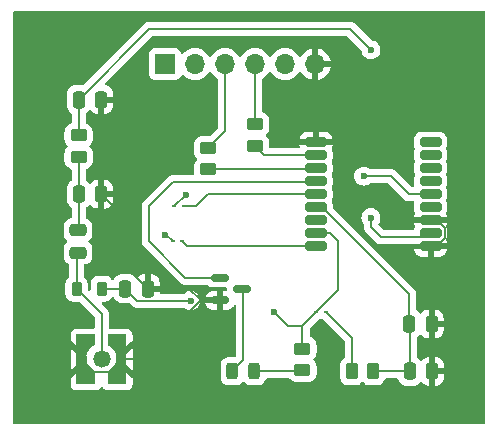
<source format=gbr>
%TF.GenerationSoftware,KiCad,Pcbnew,8.0.8*%
%TF.CreationDate,2025-02-07T12:49:18+01:00*%
%TF.ProjectId,PGE_GPS_PCB,5047455f-4750-4535-9f50-43422e6b6963,rev?*%
%TF.SameCoordinates,Original*%
%TF.FileFunction,Copper,L1,Top*%
%TF.FilePolarity,Positive*%
%FSLAX46Y46*%
G04 Gerber Fmt 4.6, Leading zero omitted, Abs format (unit mm)*
G04 Created by KiCad (PCBNEW 8.0.8) date 2025-02-07 12:49:18*
%MOMM*%
%LPD*%
G01*
G04 APERTURE LIST*
G04 Aperture macros list*
%AMRoundRect*
0 Rectangle with rounded corners*
0 $1 Rounding radius*
0 $2 $3 $4 $5 $6 $7 $8 $9 X,Y pos of 4 corners*
0 Add a 4 corners polygon primitive as box body*
4,1,4,$2,$3,$4,$5,$6,$7,$8,$9,$2,$3,0*
0 Add four circle primitives for the rounded corners*
1,1,$1+$1,$2,$3*
1,1,$1+$1,$4,$5*
1,1,$1+$1,$6,$7*
1,1,$1+$1,$8,$9*
0 Add four rect primitives between the rounded corners*
20,1,$1+$1,$2,$3,$4,$5,0*
20,1,$1+$1,$4,$5,$6,$7,0*
20,1,$1+$1,$6,$7,$8,$9,0*
20,1,$1+$1,$8,$9,$2,$3,0*%
%AMFreePoly0*
4,1,32,1.175354,2.110354,1.175500,2.110000,1.175500,1.179300,1.175354,1.178946,1.175216,1.178849,1.072307,1.129519,0.884240,1.000302,0.721729,0.840131,0.589799,0.653958,0.492537,0.447555,0.432946,0.227290,0.412876,0.000000,0.432946,-0.227290,0.492537,-0.447555,0.589799,-0.653958,0.721729,-0.840131,0.884240,-1.000302,1.072307,-1.129519,1.175216,-1.178849,1.175472,-1.179134,
1.175500,-1.179300,1.175500,-2.110000,1.175354,-2.110354,1.175000,-2.110500,-0.395000,-2.110500,-0.395354,-2.110354,-0.395500,-2.110000,-0.395500,2.110000,-0.395354,2.110354,-0.395000,2.110500,1.175000,2.110500,1.175354,2.110354,1.175354,2.110354,$1*%
%AMFreePoly1*
4,1,32,0.435354,2.110354,0.435500,2.110000,0.435500,-2.110000,0.435354,-2.110354,0.435000,-2.110500,-1.135000,-2.110500,-1.135354,-2.110354,-1.135500,-2.110000,-1.135500,-1.179300,-1.135354,-1.178946,-1.135216,-1.178849,-1.032307,-1.129519,-0.844240,-1.000302,-0.681729,-0.840131,-0.549799,-0.653958,-0.452537,-0.447555,-0.392946,-0.227290,-0.372876,0.000000,-0.392946,0.227290,-0.452537,0.447555,
-0.549799,0.653958,-0.681729,0.840131,-0.844240,1.000302,-1.032307,1.129519,-1.135216,1.178849,-1.135472,1.179134,-1.135500,1.179300,-1.135500,2.110000,-1.135354,2.110354,-1.135000,2.110500,0.435000,2.110500,0.435354,2.110354,0.435354,2.110354,$1*%
G04 Aperture macros list end*
%TA.AperFunction,SMDPad,CuDef*%
%ADD10RoundRect,0.062500X-0.117500X-0.062500X0.117500X-0.062500X0.117500X0.062500X-0.117500X0.062500X0*%
%TD*%
%TA.AperFunction,SMDPad,CuDef*%
%ADD11RoundRect,0.250000X0.450000X-0.262500X0.450000X0.262500X-0.450000X0.262500X-0.450000X-0.262500X0*%
%TD*%
%TA.AperFunction,SMDPad,CuDef*%
%ADD12RoundRect,0.250000X-0.250000X-0.475000X0.250000X-0.475000X0.250000X0.475000X-0.250000X0.475000X0*%
%TD*%
%TA.AperFunction,SMDPad,CuDef*%
%ADD13RoundRect,0.062500X0.117500X0.062500X-0.117500X0.062500X-0.117500X-0.062500X0.117500X-0.062500X0*%
%TD*%
%TA.AperFunction,SMDPad,CuDef*%
%ADD14RoundRect,0.243750X-0.243750X-0.456250X0.243750X-0.456250X0.243750X0.456250X-0.243750X0.456250X0*%
%TD*%
%TA.AperFunction,SMDPad,CuDef*%
%ADD15RoundRect,0.218750X0.218750X0.381250X-0.218750X0.381250X-0.218750X-0.381250X0.218750X-0.381250X0*%
%TD*%
%TA.AperFunction,SMDPad,CuDef*%
%ADD16RoundRect,0.150000X-0.587500X-0.150000X0.587500X-0.150000X0.587500X0.150000X-0.587500X0.150000X0*%
%TD*%
%TA.AperFunction,SMDPad,CuDef*%
%ADD17RoundRect,0.250000X0.475000X-0.250000X0.475000X0.250000X-0.475000X0.250000X-0.475000X-0.250000X0*%
%TD*%
%TA.AperFunction,SMDPad,CuDef*%
%ADD18RoundRect,0.200000X-0.700000X-0.200000X0.700000X-0.200000X0.700000X0.200000X-0.700000X0.200000X0*%
%TD*%
%TA.AperFunction,SMDPad,CuDef*%
%ADD19C,1.470000*%
%TD*%
%TA.AperFunction,SMDPad,CuDef*%
%ADD20FreePoly0,0.000000*%
%TD*%
%TA.AperFunction,SMDPad,CuDef*%
%ADD21FreePoly1,0.000000*%
%TD*%
%TA.AperFunction,SMDPad,CuDef*%
%ADD22RoundRect,0.250000X-0.262500X-0.450000X0.262500X-0.450000X0.262500X0.450000X-0.262500X0.450000X0*%
%TD*%
%TA.AperFunction,ComponentPad*%
%ADD23R,1.700000X1.700000*%
%TD*%
%TA.AperFunction,ComponentPad*%
%ADD24O,1.700000X1.700000*%
%TD*%
%TA.AperFunction,SMDPad,CuDef*%
%ADD25RoundRect,0.250000X-0.450000X0.262500X-0.450000X-0.262500X0.450000X-0.262500X0.450000X0.262500X0*%
%TD*%
%TA.AperFunction,ViaPad*%
%ADD26C,0.600000*%
%TD*%
%TA.AperFunction,Conductor*%
%ADD27C,0.200000*%
%TD*%
G04 APERTURE END LIST*
D10*
%TO.P,D1,1*%
%TO.N,Net-(D1A-K)*%
X156000000Y-90000000D03*
%TO.P,D1,2,A*%
%TO.N,VDD_3.3V*%
X155160000Y-90000000D03*
%TD*%
D11*
%TO.P,R5,1*%
%TO.N,Net-(U1-RXD1)*%
X146000000Y-77912500D03*
%TO.P,R5,2*%
%TO.N,GPS_RX*%
X146000000Y-76087500D03*
%TD*%
D12*
%TO.P,C5,1*%
%TO.N,RF_IN*%
X135050000Y-72000000D03*
%TO.P,C5,2*%
%TO.N,GND*%
X136950000Y-72000000D03*
%TD*%
D13*
%TO.P,D3,1*%
%TO.N,GPS_reset*%
X143000000Y-84000000D03*
%TO.P,D3,2,A*%
%TO.N,Net-(D3A-A)*%
X143840000Y-84000000D03*
%TD*%
D14*
%TO.P,D2,1,K*%
%TO.N,Net-(D2-K)*%
X148062500Y-95000000D03*
%TO.P,D2,2,A*%
%TO.N,Net-(D2-A)*%
X149937500Y-95000000D03*
%TD*%
D12*
%TO.P,C8,1*%
%TO.N,V_BCKP*%
X163100000Y-95000000D03*
%TO.P,C8,2*%
%TO.N,GND*%
X165000000Y-95000000D03*
%TD*%
%TO.P,C6,1*%
%TO.N,V_BCKP*%
X163050000Y-91000000D03*
%TO.P,C6,2*%
%TO.N,GND*%
X164950000Y-91000000D03*
%TD*%
D15*
%TO.P,L1,1,1*%
%TO.N,VCC_RF*%
X137000000Y-88000000D03*
%TO.P,L1,2,2*%
%TO.N,Net-(J1-In)*%
X134875000Y-88000000D03*
%TD*%
D11*
%TO.P,R4,1*%
%TO.N,Net-(U1-TXD1)*%
X150000000Y-75912500D03*
%TO.P,R4,2*%
%TO.N,GPS_TX*%
X150000000Y-74087500D03*
%TD*%
D16*
%TO.P,Q1,1,G*%
%TO.N,1PPS*%
X147000000Y-87100000D03*
%TO.P,Q1,2,S*%
%TO.N,GND*%
X147000000Y-89000000D03*
%TO.P,Q1,3,D*%
%TO.N,Net-(D2-K)*%
X148875000Y-88050000D03*
%TD*%
D12*
%TO.P,C1,1*%
%TO.N,VCC_RF*%
X139000000Y-88000000D03*
%TO.P,C1,2*%
%TO.N,GND*%
X140900000Y-88000000D03*
%TD*%
%TO.P,C3,1*%
%TO.N,Net-(C2-Pad2)*%
X135050000Y-80000000D03*
%TO.P,C3,2*%
%TO.N,GND*%
X136950000Y-80000000D03*
%TD*%
D17*
%TO.P,C2,1*%
%TO.N,Net-(J1-In)*%
X135000000Y-84950000D03*
%TO.P,C2,2*%
%TO.N,Net-(C2-Pad2)*%
X135000000Y-83050000D03*
%TD*%
D11*
%TO.P,R1,1*%
%TO.N,Net-(C2-Pad2)*%
X135050000Y-76862500D03*
%TO.P,R1,2*%
%TO.N,RF_IN*%
X135050000Y-75037500D03*
%TD*%
D18*
%TO.P,U1,1,GND*%
%TO.N,GND*%
X155150000Y-75600000D03*
%TO.P,U1,2,TXD1*%
%TO.N,Net-(U1-TXD1)*%
X155150000Y-76700000D03*
%TO.P,U1,3,RXD1*%
%TO.N,Net-(U1-RXD1)*%
X155150000Y-77800000D03*
%TO.P,U1,4,1PPS*%
%TO.N,1PPS*%
X155150000Y-78900000D03*
%TO.P,U1,5,STANDBY*%
%TO.N,Net-(D4A-A)*%
X155150000Y-80000000D03*
%TO.P,U1,6,V_BCKP*%
%TO.N,V_BCKP*%
X155150000Y-81100000D03*
%TO.P,U1,7,NC*%
%TO.N,unconnected-(U1-NC-Pad7)*%
X155150000Y-82200000D03*
%TO.P,U1,8,VCC*%
%TO.N,VDD_3.3V*%
X155150000Y-83300000D03*
%TO.P,U1,9,~{RESET}*%
%TO.N,Net-(D3A-A)*%
X155150000Y-84400000D03*
%TO.P,U1,10,GND*%
%TO.N,GND*%
X164850000Y-84400000D03*
%TO.P,U1,11,RF_IN*%
%TO.N,RF_IN*%
X164850000Y-83300000D03*
%TO.P,U1,12,GND*%
%TO.N,GND*%
X164850000Y-82200000D03*
%TO.P,U1,13,ANTON*%
%TO.N,ANTON_GPS*%
X164850000Y-81100000D03*
%TO.P,U1,14,VCC_RF*%
%TO.N,VCC_RF*%
X164850000Y-80000000D03*
%TO.P,U1,15,NC*%
%TO.N,unconnected-(U1-NC-Pad15)*%
X164850000Y-78900000D03*
%TO.P,U1,16,RESERVED*%
%TO.N,unconnected-(U1-RESERVED-Pad16)*%
X164850000Y-77800000D03*
%TO.P,U1,17,RESERVED*%
%TO.N,unconnected-(U1-RESERVED-Pad17)*%
X164850000Y-76700000D03*
%TO.P,U1,18,RESERVED*%
%TO.N,unconnected-(U1-RESERVED-Pad18)*%
X164850000Y-75600000D03*
%TD*%
D19*
%TO.P,J1,1,In*%
%TO.N,Net-(J1-In)*%
X137000000Y-94000000D03*
D20*
%TO.P,J1,2,Ext*%
%TO.N,GND*%
X135290000Y-94000000D03*
D21*
X138670000Y-94000000D03*
%TD*%
D22*
%TO.P,R3,1*%
%TO.N,Net-(D1A-K)*%
X158175000Y-95000000D03*
%TO.P,R3,2*%
%TO.N,V_BCKP*%
X160000000Y-95000000D03*
%TD*%
D23*
%TO.P,J3,1,Pin_1*%
%TO.N,GPS_reset*%
X142380000Y-69000000D03*
D24*
%TO.P,J3,2,Pin_2*%
%TO.N,standby*%
X144920000Y-69000000D03*
%TO.P,J3,3,Pin_3*%
%TO.N,GPS_RX*%
X147460000Y-69000000D03*
%TO.P,J3,4,Pin_4*%
%TO.N,GPS_TX*%
X150000000Y-69000000D03*
%TO.P,J3,5,Pin_5*%
%TO.N,VDD_3.3V*%
X152540000Y-69000000D03*
%TO.P,J3,6,Pin_6*%
%TO.N,GND*%
X155080000Y-69000000D03*
%TD*%
D13*
%TO.P,D4,1*%
%TO.N,standby*%
X143160000Y-81000000D03*
%TO.P,D4,2,A*%
%TO.N,Net-(D4A-A)*%
X144000000Y-81000000D03*
%TD*%
D25*
%TO.P,R2,1*%
%TO.N,VDD_3.3V*%
X154000000Y-93087500D03*
%TO.P,R2,2*%
%TO.N,Net-(D2-A)*%
X154000000Y-94912500D03*
%TD*%
D26*
%TO.N,VCC_RF*%
X144531100Y-89027700D03*
X159186200Y-78478400D03*
%TO.N,VDD_3.3V*%
X151582000Y-90000000D03*
%TO.N,RF_IN*%
X159800500Y-82000000D03*
X159800500Y-67786700D03*
%TO.N,standby*%
X144104365Y-80055636D03*
%TO.N,GPS_reset*%
X142380000Y-83490400D03*
%TD*%
D27*
%TO.N,VCC_RF*%
X140027700Y-89027700D02*
X139000000Y-88000000D01*
X139000000Y-88000000D02*
X137000000Y-88000000D01*
X161478400Y-78478400D02*
X159186200Y-78478400D01*
X164850000Y-80000000D02*
X163000000Y-80000000D01*
X144531100Y-89027700D02*
X140027700Y-89027700D01*
X163000000Y-80000000D02*
X161478400Y-78478400D01*
%TO.N,GND*%
X136347300Y-95057300D02*
X137612700Y-95057300D01*
X164850000Y-82200000D02*
X165415800Y-82200000D01*
X146589600Y-88993900D02*
X146595700Y-89000000D01*
X145415800Y-88993900D02*
X144421800Y-88000000D01*
X140000000Y-83050000D02*
X136950000Y-80000000D01*
X164950000Y-91000000D02*
X165000000Y-91050000D01*
X138670000Y-94000000D02*
X140409700Y-94000000D01*
X140409700Y-94000000D02*
X145415800Y-88993900D01*
X166098600Y-83724200D02*
X165422800Y-84400000D01*
X165415800Y-82200000D02*
X166098600Y-82882800D01*
X166098600Y-82882800D02*
X166098600Y-83724200D01*
X155080000Y-75066200D02*
X155080000Y-75530000D01*
X136950000Y-76939800D02*
X136950000Y-80000000D01*
X145415800Y-88993900D02*
X146589600Y-88993900D01*
X135290000Y-94000000D02*
X136347300Y-95057300D01*
X155150000Y-75600000D02*
X155681800Y-75600000D01*
X155080000Y-69000000D02*
X155080000Y-75066200D01*
X165422800Y-84400000D02*
X164950000Y-84400000D01*
X140000000Y-87100000D02*
X140000000Y-83050000D01*
X137612700Y-95057300D02*
X138670000Y-94000000D01*
X164950000Y-84400000D02*
X164950000Y-91000000D01*
X144421800Y-88000000D02*
X140900000Y-88000000D01*
X140900000Y-88000000D02*
X140000000Y-87100000D01*
X165000000Y-91050000D02*
X165000000Y-95000000D01*
X136950000Y-72000000D02*
X136950000Y-76939800D01*
X146595700Y-89000000D02*
X147000000Y-89000000D01*
X155080000Y-75530000D02*
X155150000Y-75600000D01*
X164950000Y-84400000D02*
X164850000Y-84400000D01*
%TO.N,Net-(C2-Pad2)*%
X135050000Y-83000000D02*
X135050000Y-80000000D01*
X135000000Y-83050000D02*
X135050000Y-83000000D01*
X135050000Y-80000000D02*
X135050000Y-76862500D01*
%TO.N,Net-(J1-In)*%
X135000000Y-84950000D02*
X134875000Y-85075000D01*
X134875000Y-85075000D02*
X134875000Y-88000000D01*
X137000000Y-94000000D02*
X137000000Y-90125000D01*
X137000000Y-90125000D02*
X134875000Y-88000000D01*
%TO.N,VDD_3.3V*%
X157000000Y-84000000D02*
X156300000Y-83300000D01*
X154589075Y-90570925D02*
X154000000Y-91160000D01*
X155160000Y-90000000D02*
X157000000Y-88160000D01*
X151582000Y-90000000D02*
X152742000Y-91160000D01*
X154000000Y-91160000D02*
X154000000Y-93087500D01*
X156300000Y-83300000D02*
X155150000Y-83300000D01*
X152742000Y-91160000D02*
X154000000Y-91160000D01*
X157000000Y-88160000D02*
X157000000Y-84000000D01*
X154000000Y-91160000D02*
X155160000Y-90000000D01*
%TO.N,RF_IN*%
X159800500Y-82800500D02*
X160650000Y-83650000D01*
X135050000Y-72000000D02*
X141050000Y-66000000D01*
X135050000Y-75037500D02*
X135050000Y-72000000D01*
X158013800Y-66000000D02*
X159800500Y-67786700D01*
X164500000Y-83650000D02*
X164850000Y-83300000D01*
X141050000Y-66000000D02*
X158013800Y-66000000D01*
X160650000Y-83650000D02*
X164500000Y-83650000D01*
X159800500Y-82000000D02*
X159800500Y-82800500D01*
%TO.N,V_BCKP*%
X163100000Y-95000000D02*
X163100000Y-91050000D01*
X163050000Y-88477700D02*
X163050000Y-91000000D01*
X155672300Y-81100000D02*
X163050000Y-88477700D01*
X163100000Y-95000000D02*
X160000000Y-95000000D01*
X155150000Y-81100000D02*
X155672300Y-81100000D01*
X163100000Y-91050000D02*
X163050000Y-91000000D01*
%TO.N,Net-(D2-A)*%
X149937500Y-95000000D02*
X153912500Y-95000000D01*
X153912500Y-95000000D02*
X154000000Y-94912500D01*
%TO.N,Net-(D2-K)*%
X148062500Y-95000000D02*
X149000000Y-94062500D01*
X149000000Y-88175000D02*
X148875000Y-88050000D01*
X149000000Y-94062500D02*
X149000000Y-88175000D01*
%TO.N,Net-(D3A-A)*%
X144240000Y-84400000D02*
X143840000Y-84000000D01*
X155150000Y-84400000D02*
X144240000Y-84400000D01*
%TO.N,Net-(D4A-A)*%
X144000000Y-81000000D02*
X145000000Y-81000000D01*
X146000000Y-80000000D02*
X155150000Y-80000000D01*
X145000000Y-81000000D02*
X146000000Y-80000000D01*
%TO.N,GPS_TX*%
X150000000Y-74087500D02*
X150000000Y-69000000D01*
%TO.N,GPS_RX*%
X146000000Y-76087500D02*
X147460000Y-74627500D01*
X147460000Y-74627500D02*
X147460000Y-69000000D01*
%TO.N,1PPS*%
X155050000Y-79000000D02*
X155150000Y-78900000D01*
X147000000Y-87100000D02*
X144100000Y-87100000D01*
X141000000Y-81000000D02*
X143000000Y-79000000D01*
X141000000Y-84000000D02*
X141000000Y-81000000D01*
X144100000Y-87100000D02*
X141000000Y-84000000D01*
X143000000Y-79000000D02*
X155050000Y-79000000D01*
%TO.N,Net-(D1A-K)*%
X156000000Y-90000000D02*
X158175000Y-92175000D01*
X158175000Y-92175000D02*
X158175000Y-95000000D01*
%TO.N,Net-(U1-TXD1)*%
X150787500Y-76700000D02*
X155150000Y-76700000D01*
X150000000Y-75912500D02*
X150787500Y-76700000D01*
%TO.N,Net-(U1-RXD1)*%
X155037500Y-77912500D02*
X155150000Y-77800000D01*
X146000000Y-77912500D02*
X155037500Y-77912500D01*
%TO.N,standby*%
X144104365Y-80055636D02*
X144104364Y-80055636D01*
X144104364Y-80055636D02*
X143160000Y-81000000D01*
%TO.N,GPS_reset*%
X142490400Y-83490400D02*
X142380000Y-83490400D01*
X143000000Y-84000000D02*
X142490400Y-83490400D01*
%TD*%
%TA.AperFunction,Conductor*%
%TO.N,GND*%
G36*
X169442539Y-64520185D02*
G01*
X169488294Y-64572989D01*
X169499500Y-64624500D01*
X169499500Y-99375500D01*
X169479815Y-99442539D01*
X169427011Y-99488294D01*
X169375500Y-99499500D01*
X129624500Y-99499500D01*
X129557461Y-99479815D01*
X129511706Y-99427011D01*
X129500500Y-99375500D01*
X129500500Y-94941948D01*
X134384500Y-94941948D01*
X135326447Y-94000000D01*
X135326447Y-93999999D01*
X134384500Y-93058051D01*
X134384500Y-94941948D01*
X129500500Y-94941948D01*
X129500500Y-82749983D01*
X133774500Y-82749983D01*
X133774500Y-83350001D01*
X133774501Y-83350019D01*
X133785000Y-83452796D01*
X133785001Y-83452799D01*
X133787378Y-83459971D01*
X133840186Y-83619334D01*
X133921561Y-83751265D01*
X133932289Y-83768657D01*
X134056346Y-83892714D01*
X134059182Y-83894463D01*
X134060717Y-83896170D01*
X134062011Y-83897193D01*
X134061836Y-83897414D01*
X134105905Y-83946411D01*
X134117126Y-84015374D01*
X134089282Y-84079456D01*
X134059182Y-84105537D01*
X134056346Y-84107285D01*
X133932289Y-84231342D01*
X133840187Y-84380663D01*
X133840186Y-84380666D01*
X133785001Y-84547203D01*
X133785001Y-84547204D01*
X133785000Y-84547204D01*
X133774500Y-84649983D01*
X133774500Y-85250001D01*
X133774501Y-85250019D01*
X133785000Y-85352796D01*
X133785001Y-85352799D01*
X133840185Y-85519331D01*
X133840186Y-85519334D01*
X133932288Y-85668656D01*
X134056344Y-85792712D01*
X134205666Y-85884814D01*
X134205667Y-85884814D01*
X134211813Y-85888605D01*
X134210706Y-85890399D01*
X134255337Y-85929687D01*
X134274500Y-85995908D01*
X134274500Y-86939944D01*
X134254815Y-87006983D01*
X134215599Y-87045481D01*
X134207111Y-87050716D01*
X134088216Y-87169612D01*
X133999955Y-87312704D01*
X133999951Y-87312713D01*
X133947064Y-87472315D01*
X133947064Y-87472316D01*
X133947063Y-87472316D01*
X133937000Y-87570818D01*
X133937000Y-88429181D01*
X133947063Y-88527683D01*
X133999950Y-88687284D01*
X133999955Y-88687295D01*
X134088216Y-88830387D01*
X134088219Y-88830391D01*
X134207108Y-88949280D01*
X134207112Y-88949283D01*
X134350204Y-89037544D01*
X134350207Y-89037545D01*
X134350213Y-89037549D01*
X134509815Y-89090436D01*
X134608326Y-89100500D01*
X135074903Y-89100500D01*
X135141942Y-89120185D01*
X135162584Y-89136819D01*
X136363181Y-90337416D01*
X136396666Y-90398739D01*
X136399500Y-90425097D01*
X136399500Y-91255500D01*
X136379815Y-91322539D01*
X136327011Y-91368294D01*
X136275500Y-91379500D01*
X134894998Y-91379500D01*
X134841008Y-91382394D01*
X134840999Y-91382396D01*
X134701738Y-91417944D01*
X134701728Y-91417947D01*
X134697849Y-91419554D01*
X134697838Y-91419559D01*
X134603109Y-91471285D01*
X134497905Y-91569229D01*
X134424557Y-91692841D01*
X134424555Y-91692846D01*
X134422950Y-91696721D01*
X134422936Y-91696758D01*
X134404956Y-91747723D01*
X134384500Y-91890001D01*
X134384500Y-92464500D01*
X134399109Y-92470552D01*
X134414916Y-92461921D01*
X134484607Y-92466904D01*
X134528957Y-92495406D01*
X135690228Y-93656677D01*
X135722430Y-93666133D01*
X135768185Y-93718937D01*
X135778919Y-93781256D01*
X135778623Y-93784637D01*
X135778623Y-93784638D01*
X135759781Y-94000000D01*
X135777793Y-94205880D01*
X135778919Y-94218744D01*
X135765152Y-94287244D01*
X135716537Y-94337428D01*
X135688813Y-94344738D01*
X134528957Y-95504594D01*
X134467634Y-95538079D01*
X134397942Y-95533095D01*
X134394949Y-95531171D01*
X134384500Y-95535500D01*
X134384500Y-96110001D01*
X134387394Y-96163991D01*
X134387396Y-96164000D01*
X134422944Y-96303261D01*
X134422947Y-96303271D01*
X134424554Y-96307150D01*
X134424559Y-96307161D01*
X134476285Y-96401890D01*
X134574229Y-96507094D01*
X134697841Y-96580442D01*
X134697846Y-96580444D01*
X134701721Y-96582049D01*
X134701758Y-96582063D01*
X134752723Y-96600043D01*
X134895001Y-96620499D01*
X134895003Y-96620500D01*
X136465002Y-96620500D01*
X136518991Y-96617605D01*
X136519000Y-96617603D01*
X136658261Y-96582055D01*
X136658271Y-96582052D01*
X136662150Y-96580445D01*
X136662161Y-96580440D01*
X136756890Y-96528714D01*
X136862095Y-96430769D01*
X136891565Y-96381104D01*
X136942703Y-96333495D01*
X137011463Y-96321091D01*
X137076013Y-96347830D01*
X137107037Y-96384952D01*
X137116287Y-96401891D01*
X137214229Y-96507094D01*
X137337841Y-96580442D01*
X137337846Y-96580444D01*
X137341721Y-96582049D01*
X137341758Y-96582063D01*
X137392723Y-96600043D01*
X137535001Y-96620499D01*
X137535003Y-96620500D01*
X139105002Y-96620500D01*
X139158991Y-96617605D01*
X139159000Y-96617603D01*
X139298261Y-96582055D01*
X139298271Y-96582052D01*
X139302150Y-96580445D01*
X139302161Y-96580440D01*
X139396890Y-96528714D01*
X139502094Y-96430770D01*
X139575442Y-96307158D01*
X139575444Y-96307153D01*
X139577049Y-96303278D01*
X139577063Y-96303241D01*
X139595043Y-96252276D01*
X139615499Y-96109998D01*
X139615500Y-96109997D01*
X139615500Y-95535500D01*
X139600888Y-95529447D01*
X139585079Y-95538080D01*
X139515387Y-95533094D01*
X139471042Y-95504594D01*
X138309771Y-94343322D01*
X138277570Y-94333867D01*
X138231815Y-94281063D01*
X138221081Y-94218744D01*
X138222207Y-94205880D01*
X138240219Y-94000000D01*
X138240219Y-93999999D01*
X138673552Y-93999999D01*
X138673552Y-94000000D01*
X139615499Y-94941948D01*
X139615500Y-94941947D01*
X139615500Y-93058052D01*
X139615499Y-93058051D01*
X138673552Y-93999999D01*
X138240219Y-93999999D01*
X138221377Y-93784638D01*
X138221376Y-93784637D01*
X138221081Y-93781256D01*
X138234848Y-93712756D01*
X138283463Y-93662572D01*
X138311185Y-93655261D01*
X139471042Y-92495405D01*
X139532365Y-92461920D01*
X139602057Y-92466904D01*
X139605050Y-92468828D01*
X139615500Y-92464499D01*
X139615500Y-91889998D01*
X139612605Y-91836008D01*
X139612603Y-91835999D01*
X139577055Y-91696738D01*
X139577052Y-91696728D01*
X139575445Y-91692849D01*
X139575440Y-91692838D01*
X139523714Y-91598109D01*
X139425770Y-91492905D01*
X139302158Y-91419557D01*
X139302153Y-91419555D01*
X139298278Y-91417950D01*
X139298241Y-91417936D01*
X139247276Y-91399956D01*
X139104998Y-91379500D01*
X137724500Y-91379500D01*
X137657461Y-91359815D01*
X137611706Y-91307011D01*
X137600500Y-91255500D01*
X137600500Y-90214059D01*
X137600501Y-90214046D01*
X137600501Y-90045945D01*
X137600501Y-90045943D01*
X137559577Y-89893215D01*
X137540059Y-89859409D01*
X137528960Y-89840185D01*
X137528960Y-89840184D01*
X137480524Y-89756290D01*
X137480521Y-89756286D01*
X137480520Y-89756284D01*
X137368716Y-89644480D01*
X137368715Y-89644479D01*
X137364385Y-89640149D01*
X137364374Y-89640139D01*
X137036416Y-89312181D01*
X137002931Y-89250858D01*
X137007915Y-89181166D01*
X137049787Y-89125233D01*
X137115251Y-89100816D01*
X137124097Y-89100500D01*
X137266669Y-89100500D01*
X137266674Y-89100500D01*
X137365185Y-89090436D01*
X137524787Y-89037549D01*
X137667891Y-88949281D01*
X137786781Y-88830391D01*
X137836062Y-88750493D01*
X137888009Y-88703770D01*
X137956972Y-88692549D01*
X138021054Y-88720392D01*
X138059305Y-88776586D01*
X138065109Y-88794103D01*
X138065185Y-88794331D01*
X138065187Y-88794336D01*
X138087426Y-88830391D01*
X138157288Y-88943656D01*
X138281344Y-89067712D01*
X138430666Y-89159814D01*
X138597203Y-89214999D01*
X138699991Y-89225500D01*
X139300008Y-89225499D01*
X139310576Y-89224419D01*
X139379268Y-89237187D01*
X139410861Y-89260096D01*
X139542839Y-89392074D01*
X139542849Y-89392085D01*
X139547179Y-89396415D01*
X139547180Y-89396416D01*
X139658984Y-89508220D01*
X139734039Y-89551552D01*
X139745795Y-89558339D01*
X139745797Y-89558341D01*
X139795913Y-89587276D01*
X139795915Y-89587277D01*
X139948642Y-89628200D01*
X139948643Y-89628200D01*
X143948688Y-89628200D01*
X144015727Y-89647885D01*
X144026003Y-89655255D01*
X144028836Y-89657514D01*
X144028838Y-89657516D01*
X144142370Y-89728852D01*
X144178065Y-89751282D01*
X144181578Y-89753489D01*
X144298158Y-89794282D01*
X144351845Y-89813068D01*
X144351850Y-89813069D01*
X144531096Y-89833265D01*
X144531100Y-89833265D01*
X144531104Y-89833265D01*
X144710349Y-89813069D01*
X144710352Y-89813068D01*
X144710355Y-89813068D01*
X144880622Y-89753489D01*
X145033362Y-89657516D01*
X145160916Y-89529962D01*
X145256889Y-89377222D01*
X145301406Y-89250001D01*
X145765204Y-89250001D01*
X145765399Y-89252486D01*
X145811218Y-89410198D01*
X145894814Y-89551552D01*
X145894821Y-89551561D01*
X146010938Y-89667678D01*
X146010947Y-89667685D01*
X146152303Y-89751282D01*
X146152306Y-89751283D01*
X146310004Y-89797099D01*
X146310010Y-89797100D01*
X146346850Y-89799999D01*
X146346866Y-89800000D01*
X146750000Y-89800000D01*
X146750000Y-89250000D01*
X145765205Y-89250000D01*
X145765204Y-89250001D01*
X145301406Y-89250001D01*
X145316468Y-89206955D01*
X145319374Y-89181166D01*
X145336665Y-89027703D01*
X145336665Y-89027696D01*
X145316469Y-88848450D01*
X145316468Y-88848445D01*
X145282194Y-88750495D01*
X145282020Y-88749998D01*
X145765204Y-88749998D01*
X145765205Y-88750000D01*
X146750000Y-88750000D01*
X146750000Y-88200000D01*
X146346850Y-88200000D01*
X146310010Y-88202899D01*
X146310004Y-88202900D01*
X146152306Y-88248716D01*
X146152303Y-88248717D01*
X146010947Y-88332314D01*
X146010938Y-88332321D01*
X145894821Y-88448438D01*
X145894814Y-88448447D01*
X145811218Y-88589801D01*
X145765399Y-88747513D01*
X145765204Y-88749998D01*
X145282020Y-88749998D01*
X145256889Y-88678178D01*
X145239638Y-88650724D01*
X145162976Y-88528717D01*
X145160916Y-88525438D01*
X145033362Y-88397884D01*
X144964653Y-88354711D01*
X144880623Y-88301911D01*
X144710354Y-88242331D01*
X144710349Y-88242330D01*
X144531104Y-88222135D01*
X144531096Y-88222135D01*
X144351850Y-88242330D01*
X144351845Y-88242331D01*
X144181576Y-88301911D01*
X144028836Y-88397885D01*
X144026003Y-88400145D01*
X144023824Y-88401034D01*
X144022942Y-88401589D01*
X144022844Y-88401434D01*
X143961317Y-88426555D01*
X143948688Y-88427200D01*
X142024000Y-88427200D01*
X141956961Y-88407515D01*
X141911206Y-88354711D01*
X141900000Y-88303200D01*
X141900000Y-88250000D01*
X141024000Y-88250000D01*
X140956961Y-88230315D01*
X140911206Y-88177511D01*
X140900000Y-88126000D01*
X140900000Y-88000000D01*
X140774000Y-88000000D01*
X140706961Y-87980315D01*
X140661206Y-87927511D01*
X140650000Y-87876000D01*
X140650000Y-87750000D01*
X141150000Y-87750000D01*
X141899999Y-87750000D01*
X141899999Y-87475028D01*
X141899998Y-87475013D01*
X141889505Y-87372302D01*
X141834358Y-87205880D01*
X141834356Y-87205875D01*
X141742315Y-87056654D01*
X141618345Y-86932684D01*
X141469124Y-86840643D01*
X141469119Y-86840641D01*
X141302697Y-86785494D01*
X141302690Y-86785493D01*
X141199986Y-86775000D01*
X141150000Y-86775000D01*
X141150000Y-87750000D01*
X140650000Y-87750000D01*
X140650000Y-86775000D01*
X140649999Y-86774999D01*
X140600029Y-86775000D01*
X140600011Y-86775001D01*
X140497302Y-86785494D01*
X140330880Y-86840641D01*
X140330875Y-86840643D01*
X140181654Y-86932684D01*
X140057683Y-87056655D01*
X140057679Y-87056660D01*
X140055826Y-87059665D01*
X140054018Y-87061290D01*
X140053202Y-87062323D01*
X140053025Y-87062183D01*
X140003874Y-87106385D01*
X139934911Y-87117601D01*
X139870831Y-87089752D01*
X139844753Y-87059653D01*
X139844737Y-87059628D01*
X139842712Y-87056344D01*
X139718656Y-86932288D01*
X139569334Y-86840186D01*
X139402797Y-86785001D01*
X139402795Y-86785000D01*
X139300010Y-86774500D01*
X138699998Y-86774500D01*
X138699980Y-86774501D01*
X138597203Y-86785000D01*
X138597200Y-86785001D01*
X138430668Y-86840185D01*
X138430663Y-86840187D01*
X138281342Y-86932289D01*
X138157289Y-87056342D01*
X138065187Y-87205663D01*
X138065182Y-87205674D01*
X138059305Y-87223412D01*
X138019532Y-87280857D01*
X137955016Y-87307679D01*
X137886240Y-87295363D01*
X137836062Y-87249505D01*
X137786781Y-87169609D01*
X137667891Y-87050719D01*
X137667887Y-87050716D01*
X137524795Y-86962455D01*
X137524789Y-86962452D01*
X137524787Y-86962451D01*
X137365185Y-86909564D01*
X137365183Y-86909563D01*
X137266681Y-86899500D01*
X137266674Y-86899500D01*
X136733326Y-86899500D01*
X136733318Y-86899500D01*
X136634816Y-86909563D01*
X136634815Y-86909564D01*
X136566239Y-86932288D01*
X136475215Y-86962450D01*
X136475204Y-86962455D01*
X136332112Y-87050716D01*
X136332108Y-87050719D01*
X136213219Y-87169608D01*
X136213216Y-87169612D01*
X136124955Y-87312704D01*
X136124951Y-87312713D01*
X136072064Y-87472315D01*
X136072064Y-87472316D01*
X136072063Y-87472316D01*
X136062000Y-87570818D01*
X136062000Y-88038403D01*
X136042315Y-88105442D01*
X135989511Y-88151197D01*
X135920353Y-88161141D01*
X135856797Y-88132116D01*
X135850319Y-88126084D01*
X135849319Y-88125084D01*
X135815834Y-88063761D01*
X135813000Y-88037403D01*
X135813000Y-87570831D01*
X135812999Y-87570818D01*
X135802936Y-87472316D01*
X135800308Y-87464385D01*
X135750049Y-87312713D01*
X135750045Y-87312707D01*
X135750044Y-87312704D01*
X135661783Y-87169612D01*
X135661782Y-87169611D01*
X135661781Y-87169609D01*
X135542891Y-87050719D01*
X135542890Y-87050718D01*
X135542888Y-87050716D01*
X135534401Y-87045481D01*
X135487677Y-86993532D01*
X135475500Y-86939944D01*
X135475500Y-86067534D01*
X135495185Y-86000495D01*
X135547989Y-85954740D01*
X135586897Y-85944176D01*
X135627797Y-85939999D01*
X135794334Y-85884814D01*
X135943656Y-85792712D01*
X136067712Y-85668656D01*
X136159814Y-85519334D01*
X136214999Y-85352797D01*
X136225500Y-85250009D01*
X136225499Y-84649992D01*
X136214999Y-84547203D01*
X136159814Y-84380666D01*
X136067712Y-84231344D01*
X135943656Y-84107288D01*
X135940819Y-84105538D01*
X135939283Y-84103830D01*
X135937989Y-84102807D01*
X135938163Y-84102585D01*
X135916997Y-84079054D01*
X140399498Y-84079054D01*
X140407064Y-84107290D01*
X140440304Y-84231342D01*
X140440423Y-84231784D01*
X140440423Y-84231785D01*
X140451227Y-84250497D01*
X140451228Y-84250502D01*
X140451229Y-84250502D01*
X140519475Y-84368709D01*
X140519481Y-84368717D01*
X140638349Y-84487585D01*
X140638355Y-84487590D01*
X143615139Y-87464374D01*
X143615149Y-87464385D01*
X143619479Y-87468715D01*
X143619480Y-87468716D01*
X143731284Y-87580520D01*
X143818095Y-87630639D01*
X143818097Y-87630641D01*
X143856151Y-87652611D01*
X143868215Y-87659577D01*
X144020943Y-87700501D01*
X144020946Y-87700501D01*
X144186653Y-87700501D01*
X144186669Y-87700500D01*
X145891692Y-87700500D01*
X145958731Y-87720185D01*
X145979374Y-87736820D01*
X146010629Y-87768076D01*
X146010633Y-87768079D01*
X146010635Y-87768081D01*
X146152102Y-87851744D01*
X146180182Y-87859902D01*
X146309926Y-87897597D01*
X146309929Y-87897597D01*
X146309931Y-87897598D01*
X146346806Y-87900500D01*
X147513000Y-87900500D01*
X147580039Y-87920185D01*
X147625794Y-87972989D01*
X147637000Y-88024500D01*
X147637000Y-88076000D01*
X147617315Y-88143039D01*
X147564511Y-88188794D01*
X147513000Y-88200000D01*
X147250000Y-88200000D01*
X147250000Y-89800000D01*
X147653134Y-89800000D01*
X147653149Y-89799999D01*
X147689989Y-89797100D01*
X147689995Y-89797099D01*
X147847693Y-89751283D01*
X147847696Y-89751282D01*
X147989052Y-89667685D01*
X147989061Y-89667678D01*
X148105178Y-89551561D01*
X148105184Y-89551553D01*
X148168768Y-89444039D01*
X148219837Y-89396356D01*
X148288578Y-89383852D01*
X148353168Y-89410497D01*
X148393098Y-89467832D01*
X148399500Y-89507160D01*
X148399500Y-93675500D01*
X148379815Y-93742539D01*
X148327011Y-93788294D01*
X148275500Y-93799500D01*
X147769144Y-93799500D01*
X147667223Y-93809913D01*
X147502077Y-93864637D01*
X147502066Y-93864642D01*
X147354000Y-93955971D01*
X147353996Y-93955974D01*
X147230974Y-94078996D01*
X147230971Y-94079000D01*
X147139642Y-94227066D01*
X147139637Y-94227077D01*
X147084913Y-94392223D01*
X147074500Y-94494144D01*
X147074500Y-95505855D01*
X147084913Y-95607776D01*
X147139637Y-95772922D01*
X147139642Y-95772933D01*
X147230971Y-95920999D01*
X147230974Y-95921003D01*
X147353996Y-96044025D01*
X147354000Y-96044028D01*
X147502066Y-96135357D01*
X147502069Y-96135358D01*
X147502075Y-96135362D01*
X147667225Y-96190087D01*
X147769152Y-96200500D01*
X147769157Y-96200500D01*
X148355843Y-96200500D01*
X148355848Y-96200500D01*
X148457775Y-96190087D01*
X148622925Y-96135362D01*
X148771003Y-96044026D01*
X148894026Y-95921003D01*
X148894458Y-95920301D01*
X148894881Y-95919921D01*
X148898507Y-95915336D01*
X148899290Y-95915955D01*
X148946402Y-95873575D01*
X149015364Y-95862349D01*
X149079448Y-95890188D01*
X149101342Y-95915455D01*
X149101493Y-95915336D01*
X149104143Y-95918687D01*
X149105540Y-95920299D01*
X149105972Y-95920999D01*
X149105975Y-95921004D01*
X149228996Y-96044025D01*
X149229000Y-96044028D01*
X149377066Y-96135357D01*
X149377069Y-96135358D01*
X149377075Y-96135362D01*
X149542225Y-96190087D01*
X149644152Y-96200500D01*
X149644157Y-96200500D01*
X150230843Y-96200500D01*
X150230848Y-96200500D01*
X150332775Y-96190087D01*
X150497925Y-96135362D01*
X150646003Y-96044026D01*
X150769026Y-95921003D01*
X150860362Y-95772925D01*
X150889333Y-95685496D01*
X150929106Y-95628051D01*
X150993622Y-95601228D01*
X151007039Y-95600500D01*
X152863132Y-95600500D01*
X152930171Y-95620185D01*
X152951346Y-95639383D01*
X152952181Y-95638549D01*
X152957288Y-95643656D01*
X153081344Y-95767712D01*
X153230666Y-95859814D01*
X153397203Y-95914999D01*
X153499991Y-95925500D01*
X154500008Y-95925499D01*
X154500016Y-95925498D01*
X154500019Y-95925498D01*
X154556302Y-95919748D01*
X154602797Y-95914999D01*
X154769334Y-95859814D01*
X154918656Y-95767712D01*
X155042712Y-95643656D01*
X155134814Y-95494334D01*
X155189999Y-95327797D01*
X155200500Y-95225009D01*
X155200499Y-94599992D01*
X155189999Y-94497203D01*
X155134814Y-94330666D01*
X155042712Y-94181344D01*
X154949049Y-94087681D01*
X154915564Y-94026358D01*
X154920548Y-93956666D01*
X154949049Y-93912319D01*
X154986838Y-93874530D01*
X155042712Y-93818656D01*
X155134814Y-93669334D01*
X155189999Y-93502797D01*
X155200500Y-93400009D01*
X155200499Y-92774992D01*
X155189999Y-92672203D01*
X155134814Y-92505666D01*
X155042712Y-92356344D01*
X154918656Y-92232288D01*
X154769334Y-92140186D01*
X154685495Y-92112404D01*
X154628051Y-92072632D01*
X154601228Y-92008116D01*
X154600500Y-91994699D01*
X154600500Y-91460097D01*
X154620185Y-91393058D01*
X154636819Y-91372416D01*
X154759235Y-91250000D01*
X155365126Y-90644108D01*
X155416982Y-90614171D01*
X155416961Y-90614120D01*
X155417354Y-90613957D01*
X155420720Y-90612014D01*
X155424468Y-90611009D01*
X155424472Y-90611009D01*
X155532548Y-90566241D01*
X155602016Y-90558773D01*
X155627449Y-90566240D01*
X155735528Y-90611009D01*
X155735533Y-90611009D01*
X155739281Y-90612014D01*
X155742648Y-90613957D01*
X155743037Y-90614119D01*
X155743015Y-90614170D01*
X155794874Y-90644109D01*
X157538181Y-92387416D01*
X157571666Y-92448739D01*
X157574500Y-92475097D01*
X157574500Y-93807491D01*
X157554815Y-93874530D01*
X157515598Y-93913029D01*
X157443844Y-93957287D01*
X157319789Y-94081342D01*
X157227687Y-94230663D01*
X157227686Y-94230666D01*
X157172501Y-94397203D01*
X157172501Y-94397204D01*
X157172500Y-94397204D01*
X157162000Y-94499983D01*
X157162000Y-95500001D01*
X157162001Y-95500019D01*
X157172500Y-95602796D01*
X157172501Y-95602799D01*
X157227685Y-95769331D01*
X157227687Y-95769336D01*
X157243104Y-95794331D01*
X157319788Y-95918656D01*
X157443844Y-96042712D01*
X157593166Y-96134814D01*
X157759703Y-96189999D01*
X157862491Y-96200500D01*
X158487508Y-96200499D01*
X158487516Y-96200498D01*
X158487519Y-96200498D01*
X158543802Y-96194748D01*
X158590297Y-96189999D01*
X158756834Y-96134814D01*
X158906156Y-96042712D01*
X158999819Y-95949049D01*
X159061142Y-95915564D01*
X159130834Y-95920548D01*
X159175181Y-95949049D01*
X159268844Y-96042712D01*
X159418166Y-96134814D01*
X159584703Y-96189999D01*
X159687491Y-96200500D01*
X160312508Y-96200499D01*
X160312516Y-96200498D01*
X160312519Y-96200498D01*
X160368802Y-96194748D01*
X160415297Y-96189999D01*
X160581834Y-96134814D01*
X160731156Y-96042712D01*
X160855212Y-95918656D01*
X160947314Y-95769334D01*
X160975095Y-95685495D01*
X161014868Y-95628051D01*
X161079384Y-95601228D01*
X161092801Y-95600500D01*
X162011415Y-95600500D01*
X162078454Y-95620185D01*
X162124209Y-95672989D01*
X162129118Y-95685489D01*
X162165186Y-95794334D01*
X162257288Y-95943656D01*
X162381344Y-96067712D01*
X162530666Y-96159814D01*
X162697203Y-96214999D01*
X162799991Y-96225500D01*
X163400008Y-96225499D01*
X163400016Y-96225498D01*
X163400019Y-96225498D01*
X163456302Y-96219748D01*
X163502797Y-96214999D01*
X163669334Y-96159814D01*
X163818656Y-96067712D01*
X163942712Y-95943656D01*
X163944752Y-95940347D01*
X163946745Y-95938555D01*
X163947193Y-95937989D01*
X163947289Y-95938065D01*
X163996694Y-95893623D01*
X164065656Y-95882395D01*
X164129740Y-95910234D01*
X164155829Y-95940339D01*
X164157681Y-95943341D01*
X164157683Y-95943344D01*
X164281654Y-96067315D01*
X164430875Y-96159356D01*
X164430880Y-96159358D01*
X164597302Y-96214505D01*
X164597309Y-96214506D01*
X164700019Y-96224999D01*
X165250000Y-96224999D01*
X165299972Y-96224999D01*
X165299986Y-96224998D01*
X165402697Y-96214505D01*
X165569119Y-96159358D01*
X165569124Y-96159356D01*
X165718345Y-96067315D01*
X165842315Y-95943345D01*
X165934356Y-95794124D01*
X165934358Y-95794119D01*
X165989505Y-95627697D01*
X165989506Y-95627690D01*
X165999999Y-95524986D01*
X166000000Y-95524973D01*
X166000000Y-95250000D01*
X165250000Y-95250000D01*
X165250000Y-96224999D01*
X164700019Y-96224999D01*
X164749999Y-96224998D01*
X164750000Y-96224998D01*
X164750000Y-94750000D01*
X165250000Y-94750000D01*
X165999999Y-94750000D01*
X165999999Y-94475028D01*
X165999998Y-94475013D01*
X165989505Y-94372302D01*
X165934358Y-94205880D01*
X165934356Y-94205875D01*
X165842315Y-94056654D01*
X165718345Y-93932684D01*
X165569124Y-93840643D01*
X165569119Y-93840641D01*
X165402697Y-93785494D01*
X165402690Y-93785493D01*
X165299986Y-93775000D01*
X165250000Y-93775000D01*
X165250000Y-94750000D01*
X164750000Y-94750000D01*
X164750000Y-93775000D01*
X164749999Y-93774999D01*
X164700029Y-93775000D01*
X164700011Y-93775001D01*
X164597302Y-93785494D01*
X164430880Y-93840641D01*
X164430875Y-93840643D01*
X164281654Y-93932684D01*
X164157683Y-94056655D01*
X164157679Y-94056660D01*
X164155826Y-94059665D01*
X164154018Y-94061290D01*
X164153202Y-94062323D01*
X164153025Y-94062183D01*
X164103874Y-94106385D01*
X164034911Y-94117601D01*
X163970831Y-94089752D01*
X163944753Y-94059653D01*
X163943294Y-94057288D01*
X163942712Y-94056344D01*
X163818656Y-93932288D01*
X163818655Y-93932287D01*
X163759402Y-93895739D01*
X163712678Y-93843791D01*
X163700500Y-93790201D01*
X163700500Y-92178957D01*
X163720185Y-92111918D01*
X163759407Y-92073416D01*
X163768656Y-92067712D01*
X163892712Y-91943656D01*
X163894752Y-91940347D01*
X163896745Y-91938555D01*
X163897193Y-91937989D01*
X163897289Y-91938065D01*
X163946694Y-91893623D01*
X164015656Y-91882395D01*
X164079740Y-91910234D01*
X164105829Y-91940339D01*
X164107681Y-91943341D01*
X164107683Y-91943344D01*
X164231654Y-92067315D01*
X164380875Y-92159356D01*
X164380880Y-92159358D01*
X164547302Y-92214505D01*
X164547309Y-92214506D01*
X164650019Y-92224999D01*
X165200000Y-92224999D01*
X165249972Y-92224999D01*
X165249986Y-92224998D01*
X165352697Y-92214505D01*
X165519119Y-92159358D01*
X165519124Y-92159356D01*
X165668345Y-92067315D01*
X165792315Y-91943345D01*
X165884356Y-91794124D01*
X165884358Y-91794119D01*
X165939505Y-91627697D01*
X165939506Y-91627690D01*
X165949999Y-91524986D01*
X165950000Y-91524973D01*
X165950000Y-91250000D01*
X165200000Y-91250000D01*
X165200000Y-92224999D01*
X164650019Y-92224999D01*
X164699999Y-92224998D01*
X164700000Y-92224998D01*
X164700000Y-90750000D01*
X165200000Y-90750000D01*
X165949999Y-90750000D01*
X165949999Y-90475028D01*
X165949998Y-90475013D01*
X165939505Y-90372302D01*
X165884358Y-90205880D01*
X165884356Y-90205875D01*
X165792315Y-90056654D01*
X165668345Y-89932684D01*
X165519124Y-89840643D01*
X165519119Y-89840641D01*
X165352697Y-89785494D01*
X165352690Y-89785493D01*
X165249986Y-89775000D01*
X165200000Y-89775000D01*
X165200000Y-90750000D01*
X164700000Y-90750000D01*
X164700000Y-89775000D01*
X164699999Y-89774999D01*
X164650029Y-89775000D01*
X164650011Y-89775001D01*
X164547302Y-89785494D01*
X164380880Y-89840641D01*
X164380875Y-89840643D01*
X164231654Y-89932684D01*
X164107683Y-90056655D01*
X164107679Y-90056660D01*
X164105826Y-90059665D01*
X164104018Y-90061290D01*
X164103202Y-90062323D01*
X164103025Y-90062183D01*
X164053874Y-90106385D01*
X163984911Y-90117601D01*
X163920831Y-90089752D01*
X163894753Y-90059653D01*
X163894737Y-90059628D01*
X163892712Y-90056344D01*
X163768656Y-89932288D01*
X163768655Y-89932287D01*
X163709402Y-89895739D01*
X163662678Y-89843791D01*
X163650500Y-89790201D01*
X163650500Y-88398644D01*
X163650296Y-88397884D01*
X163648662Y-88391785D01*
X163624757Y-88302569D01*
X163609577Y-88245916D01*
X163584742Y-88202900D01*
X163530524Y-88108990D01*
X163530521Y-88108986D01*
X163530520Y-88108984D01*
X163418716Y-87997180D01*
X163418715Y-87997179D01*
X163414385Y-87992849D01*
X163414374Y-87992839D01*
X160078117Y-84656582D01*
X163450001Y-84656582D01*
X163456408Y-84727102D01*
X163456409Y-84727107D01*
X163506981Y-84889396D01*
X163594927Y-85034877D01*
X163715122Y-85155072D01*
X163860604Y-85243019D01*
X163860603Y-85243019D01*
X164022894Y-85293590D01*
X164022893Y-85293590D01*
X164093427Y-85299999D01*
X164599999Y-85299999D01*
X165100000Y-85299999D01*
X165606581Y-85299999D01*
X165677102Y-85293591D01*
X165677107Y-85293590D01*
X165839396Y-85243018D01*
X165984877Y-85155072D01*
X166105072Y-85034877D01*
X166193019Y-84889395D01*
X166243590Y-84727106D01*
X166250000Y-84656572D01*
X166250000Y-84650000D01*
X165100000Y-84650000D01*
X165100000Y-85299999D01*
X164599999Y-85299999D01*
X164600000Y-85299998D01*
X164600000Y-84650000D01*
X163450001Y-84650000D01*
X163450001Y-84656582D01*
X160078117Y-84656582D01*
X157421531Y-81999996D01*
X158994935Y-81999996D01*
X158994935Y-82000003D01*
X159015130Y-82179249D01*
X159015131Y-82179254D01*
X159074711Y-82349523D01*
X159106114Y-82399500D01*
X159162712Y-82489575D01*
X159170685Y-82502263D01*
X159172945Y-82505097D01*
X159173834Y-82507275D01*
X159174389Y-82508158D01*
X159174234Y-82508255D01*
X159199355Y-82569783D01*
X159200000Y-82582412D01*
X159200000Y-82713830D01*
X159199999Y-82713848D01*
X159199999Y-82879554D01*
X159199998Y-82879554D01*
X159240923Y-83032287D01*
X159240924Y-83032288D01*
X159261668Y-83068217D01*
X159319975Y-83169209D01*
X159319981Y-83169217D01*
X159438849Y-83288085D01*
X159438855Y-83288090D01*
X160165139Y-84014374D01*
X160165149Y-84014385D01*
X160169479Y-84018715D01*
X160169480Y-84018716D01*
X160281284Y-84130520D01*
X160281286Y-84130521D01*
X160281290Y-84130524D01*
X160402494Y-84200500D01*
X160418216Y-84209577D01*
X160501098Y-84231785D01*
X160570942Y-84250500D01*
X160570943Y-84250500D01*
X164413331Y-84250500D01*
X164413347Y-84250501D01*
X164420943Y-84250501D01*
X164579054Y-84250501D01*
X164579057Y-84250501D01*
X164731785Y-84209577D01*
X164731786Y-84209575D01*
X164739635Y-84207473D01*
X164739820Y-84208165D01*
X164778364Y-84200500D01*
X165606613Y-84200500D01*
X165606616Y-84200500D01*
X165677196Y-84194086D01*
X165788579Y-84159378D01*
X165800660Y-84155614D01*
X165837549Y-84150000D01*
X166249999Y-84150000D01*
X166249999Y-84143417D01*
X166243591Y-84072897D01*
X166243590Y-84072892D01*
X166193019Y-83910604D01*
X166189941Y-83903765D01*
X166192308Y-83902699D01*
X166177618Y-83847103D01*
X166192249Y-83797282D01*
X166190398Y-83796449D01*
X166193471Y-83789616D01*
X166193478Y-83789606D01*
X166244086Y-83627196D01*
X166250500Y-83556616D01*
X166250500Y-83043384D01*
X166244086Y-82972804D01*
X166193478Y-82810394D01*
X166193473Y-82810386D01*
X166190398Y-82803551D01*
X166192533Y-82802590D01*
X166177620Y-82746116D01*
X166191993Y-82697163D01*
X166189940Y-82696239D01*
X166193019Y-82689397D01*
X166243590Y-82527106D01*
X166250000Y-82456572D01*
X166250000Y-82450000D01*
X165837549Y-82450000D01*
X165800660Y-82444386D01*
X165773464Y-82435912D01*
X165677196Y-82405914D01*
X165606616Y-82399500D01*
X164093384Y-82399500D01*
X164022804Y-82405914D01*
X163943912Y-82430497D01*
X163899340Y-82444386D01*
X163862451Y-82450000D01*
X163450001Y-82450000D01*
X163450001Y-82456582D01*
X163456408Y-82527102D01*
X163456409Y-82527107D01*
X163506981Y-82689398D01*
X163510060Y-82696238D01*
X163507698Y-82697300D01*
X163522380Y-82752936D01*
X163507759Y-82802726D01*
X163509600Y-82803555D01*
X163506523Y-82810391D01*
X163506523Y-82810392D01*
X163506522Y-82810394D01*
X163459158Y-82962390D01*
X163420422Y-83020538D01*
X163356397Y-83048512D01*
X163340774Y-83049500D01*
X160950097Y-83049500D01*
X160883058Y-83029815D01*
X160862416Y-83013181D01*
X160469825Y-82620590D01*
X160436340Y-82559267D01*
X160441324Y-82489575D01*
X160452512Y-82466937D01*
X160458999Y-82456613D01*
X160526289Y-82349522D01*
X160585868Y-82179255D01*
X160598457Y-82067524D01*
X160606065Y-82000003D01*
X160606065Y-81999996D01*
X160585869Y-81820750D01*
X160585868Y-81820745D01*
X160547328Y-81710604D01*
X160526289Y-81650478D01*
X160524168Y-81647103D01*
X160465843Y-81554279D01*
X160430316Y-81497738D01*
X160302762Y-81370184D01*
X160264950Y-81346425D01*
X160150023Y-81274211D01*
X159979754Y-81214631D01*
X159979749Y-81214630D01*
X159800504Y-81194435D01*
X159800496Y-81194435D01*
X159621250Y-81214630D01*
X159621245Y-81214631D01*
X159450976Y-81274211D01*
X159298237Y-81370184D01*
X159170684Y-81497737D01*
X159074711Y-81650476D01*
X159015131Y-81820745D01*
X159015130Y-81820750D01*
X158994935Y-81999996D01*
X157421531Y-81999996D01*
X156586819Y-81165284D01*
X156553334Y-81103961D01*
X156550500Y-81077603D01*
X156550500Y-80843386D01*
X156550500Y-80843384D01*
X156544086Y-80772804D01*
X156493478Y-80610394D01*
X156493475Y-80610389D01*
X156490400Y-80603555D01*
X156492680Y-80602528D01*
X156477912Y-80546601D01*
X156492377Y-80497334D01*
X156490400Y-80496445D01*
X156493473Y-80489613D01*
X156493478Y-80489606D01*
X156544086Y-80327196D01*
X156550500Y-80256616D01*
X156550500Y-79743384D01*
X156544086Y-79672804D01*
X156493478Y-79510394D01*
X156493475Y-79510389D01*
X156490400Y-79503555D01*
X156492680Y-79502528D01*
X156477912Y-79446601D01*
X156492377Y-79397334D01*
X156490400Y-79396445D01*
X156493473Y-79389613D01*
X156493478Y-79389606D01*
X156544086Y-79227196D01*
X156550500Y-79156616D01*
X156550500Y-78643384D01*
X156544086Y-78572804D01*
X156514668Y-78478396D01*
X158380635Y-78478396D01*
X158380635Y-78478403D01*
X158400830Y-78657649D01*
X158400831Y-78657654D01*
X158460411Y-78827923D01*
X158526237Y-78932684D01*
X158556384Y-78980662D01*
X158683938Y-79108216D01*
X158836678Y-79204189D01*
X158935042Y-79238608D01*
X159006945Y-79263768D01*
X159006950Y-79263769D01*
X159186196Y-79283965D01*
X159186200Y-79283965D01*
X159186204Y-79283965D01*
X159365449Y-79263769D01*
X159365452Y-79263768D01*
X159365455Y-79263768D01*
X159535722Y-79204189D01*
X159688462Y-79108216D01*
X159688467Y-79108210D01*
X159691297Y-79105955D01*
X159693475Y-79105065D01*
X159694358Y-79104511D01*
X159694455Y-79104665D01*
X159755983Y-79079545D01*
X159768612Y-79078900D01*
X161178303Y-79078900D01*
X161245342Y-79098585D01*
X161265984Y-79115219D01*
X162515139Y-80364374D01*
X162515149Y-80364385D01*
X162519479Y-80368715D01*
X162519480Y-80368716D01*
X162631284Y-80480520D01*
X162631286Y-80480521D01*
X162631290Y-80480524D01*
X162751628Y-80550000D01*
X162768216Y-80559577D01*
X162880019Y-80589534D01*
X162920942Y-80600500D01*
X162920943Y-80600500D01*
X163341086Y-80600500D01*
X163408125Y-80620185D01*
X163453880Y-80672989D01*
X163463824Y-80742147D01*
X163459473Y-80761380D01*
X163455914Y-80772804D01*
X163449500Y-80843384D01*
X163449500Y-81356616D01*
X163449672Y-81358507D01*
X163455913Y-81427192D01*
X163455913Y-81427194D01*
X163455914Y-81427196D01*
X163506522Y-81589606D01*
X163506523Y-81589607D01*
X163506524Y-81589610D01*
X163509600Y-81596445D01*
X163507465Y-81597405D01*
X163522380Y-81653883D01*
X163508012Y-81702836D01*
X163510061Y-81703759D01*
X163506980Y-81710603D01*
X163456409Y-81872893D01*
X163450000Y-81943427D01*
X163450000Y-81950000D01*
X163862451Y-81950000D01*
X163899340Y-81955614D01*
X163913950Y-81960166D01*
X164022804Y-81994086D01*
X164093384Y-82000500D01*
X164093387Y-82000500D01*
X165606613Y-82000500D01*
X165606616Y-82000500D01*
X165677196Y-81994086D01*
X165788579Y-81959378D01*
X165800660Y-81955614D01*
X165837549Y-81950000D01*
X166249999Y-81950000D01*
X166249999Y-81943417D01*
X166243591Y-81872897D01*
X166243590Y-81872892D01*
X166193019Y-81710604D01*
X166189941Y-81703765D01*
X166192308Y-81702699D01*
X166177618Y-81647103D01*
X166192249Y-81597282D01*
X166190398Y-81596449D01*
X166193471Y-81589616D01*
X166193478Y-81589606D01*
X166244086Y-81427196D01*
X166250500Y-81356616D01*
X166250500Y-80843384D01*
X166244086Y-80772804D01*
X166193478Y-80610394D01*
X166193475Y-80610389D01*
X166190400Y-80603555D01*
X166192680Y-80602528D01*
X166177912Y-80546601D01*
X166192377Y-80497334D01*
X166190400Y-80496445D01*
X166193473Y-80489613D01*
X166193478Y-80489606D01*
X166244086Y-80327196D01*
X166250500Y-80256616D01*
X166250500Y-79743384D01*
X166244086Y-79672804D01*
X166193478Y-79510394D01*
X166193475Y-79510389D01*
X166190400Y-79503555D01*
X166192680Y-79502528D01*
X166177912Y-79446601D01*
X166192377Y-79397334D01*
X166190400Y-79396445D01*
X166193473Y-79389613D01*
X166193478Y-79389606D01*
X166244086Y-79227196D01*
X166250500Y-79156616D01*
X166250500Y-78643384D01*
X166244086Y-78572804D01*
X166193478Y-78410394D01*
X166193475Y-78410389D01*
X166190400Y-78403555D01*
X166192680Y-78402528D01*
X166177912Y-78346601D01*
X166192377Y-78297334D01*
X166190400Y-78296445D01*
X166193475Y-78289611D01*
X166193478Y-78289606D01*
X166244086Y-78127196D01*
X166250500Y-78056616D01*
X166250500Y-77543384D01*
X166244086Y-77472804D01*
X166193478Y-77310394D01*
X166193475Y-77310389D01*
X166190400Y-77303555D01*
X166192680Y-77302528D01*
X166177912Y-77246601D01*
X166192377Y-77197334D01*
X166190400Y-77196445D01*
X166193475Y-77189611D01*
X166193478Y-77189606D01*
X166244086Y-77027196D01*
X166250500Y-76956616D01*
X166250500Y-76443384D01*
X166244086Y-76372804D01*
X166193478Y-76210394D01*
X166193475Y-76210389D01*
X166190400Y-76203555D01*
X166192680Y-76202528D01*
X166177912Y-76146601D01*
X166192377Y-76097334D01*
X166190400Y-76096445D01*
X166193475Y-76089611D01*
X166193478Y-76089606D01*
X166244086Y-75927196D01*
X166250500Y-75856616D01*
X166250500Y-75343384D01*
X166244086Y-75272804D01*
X166193478Y-75110394D01*
X166105472Y-74964815D01*
X166105470Y-74964813D01*
X166105469Y-74964811D01*
X165985188Y-74844530D01*
X165942387Y-74818656D01*
X165839606Y-74756522D01*
X165677196Y-74705914D01*
X165677194Y-74705913D01*
X165677192Y-74705913D01*
X165627778Y-74701423D01*
X165606616Y-74699500D01*
X164093384Y-74699500D01*
X164074145Y-74701248D01*
X164022807Y-74705913D01*
X163860393Y-74756522D01*
X163714811Y-74844530D01*
X163594530Y-74964811D01*
X163506522Y-75110393D01*
X163455913Y-75272807D01*
X163449500Y-75343386D01*
X163449500Y-75856613D01*
X163455913Y-75927192D01*
X163455913Y-75927194D01*
X163455914Y-75927196D01*
X163480871Y-76007288D01*
X163506524Y-76089611D01*
X163509601Y-76096448D01*
X163507322Y-76097473D01*
X163522087Y-76153420D01*
X163507627Y-76202663D01*
X163509601Y-76203552D01*
X163506524Y-76210388D01*
X163455913Y-76372807D01*
X163449500Y-76443386D01*
X163449500Y-76956613D01*
X163455913Y-77027192D01*
X163455913Y-77027194D01*
X163455914Y-77027196D01*
X163501973Y-77175009D01*
X163506524Y-77189611D01*
X163509601Y-77196448D01*
X163507322Y-77197473D01*
X163522087Y-77253420D01*
X163507627Y-77302663D01*
X163509601Y-77303552D01*
X163506524Y-77310388D01*
X163506522Y-77310393D01*
X163506522Y-77310394D01*
X163472783Y-77418667D01*
X163455913Y-77472807D01*
X163449500Y-77543386D01*
X163449500Y-78056613D01*
X163455913Y-78127192D01*
X163455913Y-78127194D01*
X163455914Y-78127196D01*
X163498200Y-78262900D01*
X163506524Y-78289611D01*
X163509601Y-78296448D01*
X163507322Y-78297473D01*
X163522087Y-78353420D01*
X163507627Y-78402663D01*
X163509601Y-78403552D01*
X163506524Y-78410388D01*
X163506522Y-78410393D01*
X163506522Y-78410394D01*
X163497164Y-78440425D01*
X163455913Y-78572807D01*
X163450782Y-78629275D01*
X163449500Y-78643384D01*
X163449500Y-79156616D01*
X163455914Y-79227196D01*
X163459471Y-79238611D01*
X163460623Y-79308468D01*
X163423823Y-79367861D01*
X163360755Y-79397930D01*
X163341086Y-79399500D01*
X163300097Y-79399500D01*
X163233058Y-79379815D01*
X163212416Y-79363181D01*
X161965990Y-78116755D01*
X161965988Y-78116752D01*
X161847117Y-77997881D01*
X161847109Y-77997875D01*
X161745336Y-77939117D01*
X161745334Y-77939116D01*
X161710190Y-77918825D01*
X161710189Y-77918824D01*
X161697663Y-77915467D01*
X161557457Y-77877899D01*
X161399343Y-77877899D01*
X161391747Y-77877899D01*
X161391731Y-77877900D01*
X159768612Y-77877900D01*
X159701573Y-77858215D01*
X159691297Y-77850845D01*
X159688463Y-77848585D01*
X159688462Y-77848584D01*
X159626757Y-77809812D01*
X159535723Y-77752611D01*
X159365454Y-77693031D01*
X159365449Y-77693030D01*
X159186204Y-77672835D01*
X159186196Y-77672835D01*
X159006950Y-77693030D01*
X159006945Y-77693031D01*
X158836676Y-77752611D01*
X158683937Y-77848584D01*
X158556384Y-77976137D01*
X158460411Y-78128876D01*
X158400831Y-78299145D01*
X158400830Y-78299150D01*
X158380635Y-78478396D01*
X156514668Y-78478396D01*
X156493478Y-78410394D01*
X156493475Y-78410389D01*
X156490400Y-78403555D01*
X156492680Y-78402528D01*
X156477912Y-78346601D01*
X156492377Y-78297334D01*
X156490400Y-78296445D01*
X156493475Y-78289611D01*
X156493478Y-78289606D01*
X156544086Y-78127196D01*
X156550500Y-78056616D01*
X156550500Y-77543384D01*
X156544086Y-77472804D01*
X156493478Y-77310394D01*
X156493475Y-77310389D01*
X156490400Y-77303555D01*
X156492680Y-77302528D01*
X156477912Y-77246601D01*
X156492377Y-77197334D01*
X156490400Y-77196445D01*
X156493475Y-77189611D01*
X156493478Y-77189606D01*
X156544086Y-77027196D01*
X156550500Y-76956616D01*
X156550500Y-76443384D01*
X156544086Y-76372804D01*
X156493478Y-76210394D01*
X156493473Y-76210386D01*
X156490398Y-76203551D01*
X156492533Y-76202590D01*
X156477620Y-76146116D01*
X156491993Y-76097163D01*
X156489940Y-76096239D01*
X156493019Y-76089397D01*
X156543590Y-75927106D01*
X156550000Y-75856572D01*
X156550000Y-75850000D01*
X156137549Y-75850000D01*
X156100660Y-75844386D01*
X156073464Y-75835912D01*
X155977196Y-75805914D01*
X155906616Y-75799500D01*
X154393384Y-75799500D01*
X154322804Y-75805914D01*
X154243912Y-75830497D01*
X154199340Y-75844386D01*
X154162451Y-75850000D01*
X153750001Y-75850000D01*
X153750001Y-75856582D01*
X153756408Y-75927102D01*
X153756409Y-75927111D01*
X153759993Y-75938610D01*
X153761144Y-76008470D01*
X153724344Y-76067863D01*
X153661275Y-76097930D01*
X153641608Y-76099500D01*
X151324500Y-76099500D01*
X151257461Y-76079815D01*
X151211706Y-76027011D01*
X151200500Y-75975500D01*
X151200499Y-75599998D01*
X151200498Y-75599980D01*
X151189999Y-75497203D01*
X151189998Y-75497200D01*
X151175284Y-75452796D01*
X151139043Y-75343427D01*
X153750000Y-75343427D01*
X153750000Y-75350000D01*
X154900000Y-75350000D01*
X155400000Y-75350000D01*
X156549999Y-75350000D01*
X156549999Y-75343417D01*
X156543591Y-75272897D01*
X156543590Y-75272892D01*
X156493018Y-75110603D01*
X156405072Y-74965122D01*
X156284877Y-74844927D01*
X156139395Y-74756980D01*
X156139396Y-74756980D01*
X155977105Y-74706409D01*
X155977106Y-74706409D01*
X155906572Y-74700000D01*
X155400000Y-74700000D01*
X155400000Y-75350000D01*
X154900000Y-75350000D01*
X154900000Y-74700000D01*
X154393417Y-74700000D01*
X154322897Y-74706408D01*
X154322892Y-74706409D01*
X154160603Y-74756981D01*
X154015122Y-74844927D01*
X153894927Y-74965122D01*
X153806980Y-75110604D01*
X153756409Y-75272893D01*
X153750000Y-75343427D01*
X151139043Y-75343427D01*
X151134814Y-75330666D01*
X151042712Y-75181344D01*
X150949049Y-75087681D01*
X150915564Y-75026358D01*
X150920548Y-74956666D01*
X150949049Y-74912319D01*
X151042712Y-74818656D01*
X151134814Y-74669334D01*
X151189999Y-74502797D01*
X151200500Y-74400009D01*
X151200499Y-73774992D01*
X151189999Y-73672203D01*
X151134814Y-73505666D01*
X151042712Y-73356344D01*
X150918656Y-73232288D01*
X150800414Y-73159356D01*
X150769336Y-73140187D01*
X150769331Y-73140185D01*
X150767082Y-73139439D01*
X150685495Y-73112404D01*
X150628051Y-73072632D01*
X150601228Y-73008116D01*
X150600500Y-72994699D01*
X150600500Y-70289090D01*
X150620185Y-70222051D01*
X150672101Y-70176706D01*
X150677830Y-70174035D01*
X150871401Y-70038495D01*
X151038495Y-69871401D01*
X151168425Y-69685842D01*
X151223002Y-69642217D01*
X151292500Y-69635023D01*
X151354855Y-69666546D01*
X151371575Y-69685842D01*
X151501281Y-69871082D01*
X151501505Y-69871401D01*
X151668599Y-70038495D01*
X151765384Y-70106265D01*
X151862165Y-70174032D01*
X151862167Y-70174033D01*
X151862170Y-70174035D01*
X152076337Y-70273903D01*
X152304592Y-70335063D01*
X152481034Y-70350500D01*
X152539999Y-70355659D01*
X152540000Y-70355659D01*
X152540001Y-70355659D01*
X152598966Y-70350500D01*
X152775408Y-70335063D01*
X153003663Y-70273903D01*
X153217830Y-70174035D01*
X153411401Y-70038495D01*
X153578495Y-69871401D01*
X153708730Y-69685405D01*
X153763307Y-69641781D01*
X153832805Y-69634587D01*
X153895160Y-69666110D01*
X153911879Y-69685405D01*
X154041890Y-69871078D01*
X154208917Y-70038105D01*
X154402421Y-70173600D01*
X154616507Y-70273429D01*
X154616516Y-70273433D01*
X154830000Y-70330634D01*
X154830000Y-69433012D01*
X154887007Y-69465925D01*
X155014174Y-69500000D01*
X155145826Y-69500000D01*
X155272993Y-69465925D01*
X155330000Y-69433012D01*
X155330000Y-70330633D01*
X155543483Y-70273433D01*
X155543492Y-70273429D01*
X155757578Y-70173600D01*
X155951082Y-70038105D01*
X156118105Y-69871082D01*
X156253600Y-69677578D01*
X156353429Y-69463492D01*
X156353432Y-69463486D01*
X156410636Y-69250000D01*
X155513012Y-69250000D01*
X155545925Y-69192993D01*
X155580000Y-69065826D01*
X155580000Y-68934174D01*
X155545925Y-68807007D01*
X155513012Y-68750000D01*
X156410636Y-68750000D01*
X156410635Y-68749999D01*
X156353432Y-68536513D01*
X156353429Y-68536507D01*
X156253600Y-68322422D01*
X156253599Y-68322420D01*
X156118113Y-68128926D01*
X156118108Y-68128920D01*
X155951082Y-67961894D01*
X155757578Y-67826399D01*
X155543492Y-67726570D01*
X155543486Y-67726567D01*
X155330000Y-67669364D01*
X155330000Y-68566988D01*
X155272993Y-68534075D01*
X155145826Y-68500000D01*
X155014174Y-68500000D01*
X154887007Y-68534075D01*
X154830000Y-68566988D01*
X154830000Y-67669364D01*
X154829999Y-67669364D01*
X154616513Y-67726567D01*
X154616507Y-67726570D01*
X154402422Y-67826399D01*
X154402420Y-67826400D01*
X154208926Y-67961886D01*
X154208920Y-67961891D01*
X154041891Y-68128920D01*
X154041890Y-68128922D01*
X153911880Y-68314595D01*
X153857303Y-68358219D01*
X153787804Y-68365412D01*
X153725450Y-68333890D01*
X153708730Y-68314594D01*
X153578494Y-68128597D01*
X153411402Y-67961506D01*
X153411395Y-67961501D01*
X153217834Y-67825967D01*
X153217830Y-67825965D01*
X153173370Y-67805233D01*
X153003663Y-67726097D01*
X153003659Y-67726096D01*
X153003655Y-67726094D01*
X152775413Y-67664938D01*
X152775403Y-67664936D01*
X152540001Y-67644341D01*
X152539999Y-67644341D01*
X152304596Y-67664936D01*
X152304586Y-67664938D01*
X152076344Y-67726094D01*
X152076335Y-67726098D01*
X151862171Y-67825964D01*
X151862169Y-67825965D01*
X151668597Y-67961505D01*
X151501505Y-68128597D01*
X151371575Y-68314158D01*
X151316998Y-68357783D01*
X151247500Y-68364977D01*
X151185145Y-68333454D01*
X151168425Y-68314158D01*
X151038494Y-68128597D01*
X150871402Y-67961506D01*
X150871395Y-67961501D01*
X150677834Y-67825967D01*
X150677830Y-67825965D01*
X150633370Y-67805233D01*
X150463663Y-67726097D01*
X150463659Y-67726096D01*
X150463655Y-67726094D01*
X150235413Y-67664938D01*
X150235403Y-67664936D01*
X150000001Y-67644341D01*
X149999999Y-67644341D01*
X149764596Y-67664936D01*
X149764586Y-67664938D01*
X149536344Y-67726094D01*
X149536335Y-67726098D01*
X149322171Y-67825964D01*
X149322169Y-67825965D01*
X149128597Y-67961505D01*
X148961505Y-68128597D01*
X148831575Y-68314158D01*
X148776998Y-68357783D01*
X148707500Y-68364977D01*
X148645145Y-68333454D01*
X148628425Y-68314158D01*
X148498494Y-68128597D01*
X148331402Y-67961506D01*
X148331395Y-67961501D01*
X148137834Y-67825967D01*
X148137830Y-67825965D01*
X148093370Y-67805233D01*
X147923663Y-67726097D01*
X147923659Y-67726096D01*
X147923655Y-67726094D01*
X147695413Y-67664938D01*
X147695403Y-67664936D01*
X147460001Y-67644341D01*
X147459999Y-67644341D01*
X147224596Y-67664936D01*
X147224586Y-67664938D01*
X146996344Y-67726094D01*
X146996335Y-67726098D01*
X146782171Y-67825964D01*
X146782169Y-67825965D01*
X146588597Y-67961505D01*
X146421505Y-68128597D01*
X146291575Y-68314158D01*
X146236998Y-68357783D01*
X146167500Y-68364977D01*
X146105145Y-68333454D01*
X146088425Y-68314158D01*
X145958494Y-68128597D01*
X145791402Y-67961506D01*
X145791395Y-67961501D01*
X145597834Y-67825967D01*
X145597830Y-67825965D01*
X145553370Y-67805233D01*
X145383663Y-67726097D01*
X145383659Y-67726096D01*
X145383655Y-67726094D01*
X145155413Y-67664938D01*
X145155403Y-67664936D01*
X144920001Y-67644341D01*
X144919999Y-67644341D01*
X144684596Y-67664936D01*
X144684586Y-67664938D01*
X144456344Y-67726094D01*
X144456335Y-67726098D01*
X144242171Y-67825964D01*
X144242169Y-67825965D01*
X144048600Y-67961503D01*
X143926673Y-68083430D01*
X143865350Y-68116914D01*
X143795658Y-68111930D01*
X143739725Y-68070058D01*
X143722810Y-68039081D01*
X143673797Y-67907671D01*
X143673793Y-67907664D01*
X143587547Y-67792455D01*
X143587544Y-67792452D01*
X143472335Y-67706206D01*
X143472328Y-67706202D01*
X143337482Y-67655908D01*
X143337483Y-67655908D01*
X143277883Y-67649501D01*
X143277881Y-67649500D01*
X143277873Y-67649500D01*
X143277864Y-67649500D01*
X141482129Y-67649500D01*
X141482123Y-67649501D01*
X141422516Y-67655908D01*
X141287671Y-67706202D01*
X141287664Y-67706206D01*
X141172455Y-67792452D01*
X141172452Y-67792455D01*
X141086206Y-67907664D01*
X141086202Y-67907671D01*
X141035908Y-68042517D01*
X141029501Y-68102116D01*
X141029500Y-68102135D01*
X141029500Y-69897870D01*
X141029501Y-69897876D01*
X141035908Y-69957483D01*
X141086202Y-70092328D01*
X141086206Y-70092335D01*
X141172452Y-70207544D01*
X141172455Y-70207547D01*
X141287664Y-70293793D01*
X141287671Y-70293797D01*
X141422517Y-70344091D01*
X141422516Y-70344091D01*
X141429444Y-70344835D01*
X141482127Y-70350500D01*
X143277872Y-70350499D01*
X143337483Y-70344091D01*
X143472331Y-70293796D01*
X143587546Y-70207546D01*
X143673796Y-70092331D01*
X143722810Y-69960916D01*
X143764681Y-69904984D01*
X143830145Y-69880566D01*
X143898418Y-69895417D01*
X143926673Y-69916569D01*
X144048599Y-70038495D01*
X144145384Y-70106265D01*
X144242165Y-70174032D01*
X144242167Y-70174033D01*
X144242170Y-70174035D01*
X144456337Y-70273903D01*
X144684592Y-70335063D01*
X144861034Y-70350500D01*
X144919999Y-70355659D01*
X144920000Y-70355659D01*
X144920001Y-70355659D01*
X144978966Y-70350500D01*
X145155408Y-70335063D01*
X145383663Y-70273903D01*
X145597830Y-70174035D01*
X145791401Y-70038495D01*
X145958495Y-69871401D01*
X146088425Y-69685842D01*
X146143002Y-69642217D01*
X146212500Y-69635023D01*
X146274855Y-69666546D01*
X146291575Y-69685842D01*
X146421281Y-69871082D01*
X146421505Y-69871401D01*
X146588599Y-70038495D01*
X146685384Y-70106265D01*
X146782165Y-70174032D01*
X146782167Y-70174033D01*
X146782170Y-70174035D01*
X146787898Y-70176706D01*
X146840339Y-70222872D01*
X146859500Y-70289090D01*
X146859500Y-74327402D01*
X146839815Y-74394441D01*
X146823181Y-74415083D01*
X146200082Y-75038181D01*
X146138759Y-75071666D01*
X146112401Y-75074500D01*
X145499998Y-75074500D01*
X145499980Y-75074501D01*
X145397203Y-75085000D01*
X145397200Y-75085001D01*
X145230668Y-75140185D01*
X145230663Y-75140187D01*
X145081342Y-75232289D01*
X144957289Y-75356342D01*
X144865187Y-75505663D01*
X144865186Y-75505666D01*
X144810001Y-75672203D01*
X144810001Y-75672204D01*
X144810000Y-75672204D01*
X144799500Y-75774983D01*
X144799500Y-76400001D01*
X144799501Y-76400019D01*
X144810000Y-76502796D01*
X144810001Y-76502799D01*
X144856677Y-76643656D01*
X144865186Y-76669334D01*
X144925864Y-76767710D01*
X144957289Y-76818657D01*
X145050951Y-76912319D01*
X145084436Y-76973642D01*
X145079452Y-77043334D01*
X145050951Y-77087681D01*
X144957289Y-77181342D01*
X144865187Y-77330663D01*
X144865186Y-77330666D01*
X144810001Y-77497203D01*
X144810001Y-77497204D01*
X144810000Y-77497204D01*
X144799500Y-77599983D01*
X144799500Y-78225001D01*
X144799502Y-78225022D01*
X144803371Y-78262900D01*
X144790601Y-78331593D01*
X144742719Y-78382476D01*
X144680013Y-78399500D01*
X143079057Y-78399500D01*
X142920943Y-78399500D01*
X142768215Y-78440423D01*
X142768214Y-78440423D01*
X142768212Y-78440424D01*
X142768209Y-78440425D01*
X142718096Y-78469359D01*
X142718095Y-78469360D01*
X142702432Y-78478403D01*
X142631285Y-78519479D01*
X142631282Y-78519481D01*
X140519481Y-80631282D01*
X140519479Y-80631285D01*
X140476266Y-80706134D01*
X140476265Y-80706135D01*
X140440423Y-80768214D01*
X140440423Y-80768215D01*
X140399499Y-80920943D01*
X140399499Y-80920945D01*
X140399499Y-81089046D01*
X140399500Y-81089059D01*
X140399500Y-83913330D01*
X140399499Y-83913348D01*
X140399499Y-84079054D01*
X140399498Y-84079054D01*
X135916997Y-84079054D01*
X135894096Y-84053594D01*
X135882872Y-83984632D01*
X135910713Y-83920549D01*
X135940817Y-83894462D01*
X135943656Y-83892712D01*
X136067712Y-83768656D01*
X136159814Y-83619334D01*
X136214999Y-83452797D01*
X136225500Y-83350009D01*
X136225499Y-82749992D01*
X136220116Y-82697300D01*
X136214999Y-82647203D01*
X136214998Y-82647200D01*
X136193529Y-82582412D01*
X136159814Y-82480666D01*
X136067712Y-82331344D01*
X135943656Y-82207288D01*
X135794334Y-82115186D01*
X135735493Y-82095688D01*
X135678051Y-82055916D01*
X135651228Y-81991400D01*
X135650500Y-81977983D01*
X135650500Y-81209797D01*
X135670185Y-81142758D01*
X135709403Y-81104258D01*
X135768656Y-81067712D01*
X135892712Y-80943656D01*
X135894752Y-80940347D01*
X135896745Y-80938555D01*
X135897193Y-80937989D01*
X135897289Y-80938065D01*
X135946694Y-80893623D01*
X136015656Y-80882395D01*
X136079740Y-80910234D01*
X136105829Y-80940339D01*
X136107681Y-80943341D01*
X136107683Y-80943344D01*
X136231654Y-81067315D01*
X136380875Y-81159356D01*
X136380880Y-81159358D01*
X136547302Y-81214505D01*
X136547309Y-81214506D01*
X136650019Y-81224999D01*
X137200000Y-81224999D01*
X137249972Y-81224999D01*
X137249986Y-81224998D01*
X137352697Y-81214505D01*
X137519119Y-81159358D01*
X137519124Y-81159356D01*
X137668345Y-81067315D01*
X137792315Y-80943345D01*
X137884356Y-80794124D01*
X137884358Y-80794119D01*
X137939505Y-80627697D01*
X137939506Y-80627690D01*
X137949999Y-80524986D01*
X137950000Y-80524973D01*
X137950000Y-80250000D01*
X137200000Y-80250000D01*
X137200000Y-81224999D01*
X136650019Y-81224999D01*
X136699999Y-81224998D01*
X136700000Y-81224998D01*
X136700000Y-79750000D01*
X137200000Y-79750000D01*
X137949999Y-79750000D01*
X137949999Y-79475028D01*
X137949998Y-79475013D01*
X137939505Y-79372302D01*
X137884358Y-79205880D01*
X137884356Y-79205875D01*
X137792315Y-79056654D01*
X137668345Y-78932684D01*
X137519124Y-78840643D01*
X137519119Y-78840641D01*
X137352697Y-78785494D01*
X137352690Y-78785493D01*
X137249986Y-78775000D01*
X137200000Y-78775000D01*
X137200000Y-79750000D01*
X136700000Y-79750000D01*
X136700000Y-78775000D01*
X136699999Y-78774999D01*
X136650029Y-78775000D01*
X136650011Y-78775001D01*
X136547302Y-78785494D01*
X136380880Y-78840641D01*
X136380875Y-78840643D01*
X136231654Y-78932684D01*
X136107683Y-79056655D01*
X136107679Y-79056660D01*
X136105826Y-79059665D01*
X136104018Y-79061290D01*
X136103202Y-79062323D01*
X136103025Y-79062183D01*
X136053874Y-79106385D01*
X135984911Y-79117601D01*
X135920831Y-79089752D01*
X135894753Y-79059653D01*
X135894737Y-79059628D01*
X135892712Y-79056344D01*
X135768656Y-78932288D01*
X135768655Y-78932287D01*
X135709402Y-78895739D01*
X135662678Y-78843791D01*
X135650500Y-78790201D01*
X135650500Y-77955300D01*
X135670185Y-77888261D01*
X135722989Y-77842506D01*
X135735482Y-77837599D01*
X135819334Y-77809814D01*
X135968656Y-77717712D01*
X136092712Y-77593656D01*
X136184814Y-77444334D01*
X136239999Y-77277797D01*
X136250500Y-77175009D01*
X136250499Y-76549992D01*
X136244813Y-76494334D01*
X136239999Y-76447203D01*
X136239998Y-76447200D01*
X136238734Y-76443386D01*
X136184814Y-76280666D01*
X136092712Y-76131344D01*
X135999049Y-76037681D01*
X135965564Y-75976358D01*
X135970548Y-75906666D01*
X135999049Y-75862319D01*
X136016982Y-75844386D01*
X136092712Y-75768656D01*
X136184814Y-75619334D01*
X136239999Y-75452797D01*
X136250500Y-75350009D01*
X136250499Y-74724992D01*
X136244813Y-74669334D01*
X136239999Y-74622203D01*
X136239998Y-74622200D01*
X136215557Y-74548442D01*
X136184814Y-74455666D01*
X136092712Y-74306344D01*
X135968656Y-74182288D01*
X135819334Y-74090186D01*
X135735495Y-74062404D01*
X135678051Y-74022632D01*
X135651228Y-73958116D01*
X135650500Y-73944699D01*
X135650500Y-73209797D01*
X135670185Y-73142758D01*
X135709403Y-73104258D01*
X135768656Y-73067712D01*
X135892712Y-72943656D01*
X135894752Y-72940347D01*
X135896745Y-72938555D01*
X135897193Y-72937989D01*
X135897289Y-72938065D01*
X135946694Y-72893623D01*
X136015656Y-72882395D01*
X136079740Y-72910234D01*
X136105829Y-72940339D01*
X136107681Y-72943341D01*
X136107683Y-72943344D01*
X136231654Y-73067315D01*
X136380875Y-73159356D01*
X136380880Y-73159358D01*
X136547302Y-73214505D01*
X136547309Y-73214506D01*
X136650019Y-73224999D01*
X137200000Y-73224999D01*
X137249972Y-73224999D01*
X137249986Y-73224998D01*
X137352697Y-73214505D01*
X137519119Y-73159358D01*
X137519124Y-73159356D01*
X137668345Y-73067315D01*
X137792315Y-72943345D01*
X137884356Y-72794124D01*
X137884358Y-72794119D01*
X137939505Y-72627697D01*
X137939506Y-72627690D01*
X137949999Y-72524986D01*
X137950000Y-72524973D01*
X137950000Y-72250000D01*
X137200000Y-72250000D01*
X137200000Y-73224999D01*
X136650019Y-73224999D01*
X136699999Y-73224998D01*
X136700000Y-73224998D01*
X136700000Y-72124000D01*
X136719685Y-72056961D01*
X136772489Y-72011206D01*
X136824000Y-72000000D01*
X136950000Y-72000000D01*
X136950000Y-71874000D01*
X136969685Y-71806961D01*
X137022489Y-71761206D01*
X137074000Y-71750000D01*
X137949999Y-71750000D01*
X137949999Y-71475028D01*
X137949998Y-71475013D01*
X137939505Y-71372302D01*
X137884358Y-71205880D01*
X137884356Y-71205875D01*
X137792315Y-71056654D01*
X137668345Y-70932684D01*
X137519124Y-70840643D01*
X137519119Y-70840641D01*
X137364042Y-70789254D01*
X137306597Y-70749481D01*
X137279774Y-70684966D01*
X137292089Y-70616190D01*
X137315359Y-70583875D01*
X141262416Y-66636819D01*
X141323739Y-66603334D01*
X141350097Y-66600500D01*
X157713703Y-66600500D01*
X157780742Y-66620185D01*
X157801384Y-66636819D01*
X158969798Y-67805233D01*
X159003283Y-67866556D01*
X159005337Y-67879030D01*
X159015130Y-67965949D01*
X159074710Y-68136221D01*
X159170684Y-68288962D01*
X159298238Y-68416516D01*
X159450978Y-68512489D01*
X159519132Y-68536337D01*
X159621245Y-68572068D01*
X159621250Y-68572069D01*
X159800496Y-68592265D01*
X159800500Y-68592265D01*
X159800504Y-68592265D01*
X159979749Y-68572069D01*
X159979752Y-68572068D01*
X159979755Y-68572068D01*
X160150022Y-68512489D01*
X160302762Y-68416516D01*
X160430316Y-68288962D01*
X160526289Y-68136222D01*
X160585868Y-67965955D01*
X160586326Y-67961891D01*
X160606065Y-67786703D01*
X160606065Y-67786696D01*
X160585869Y-67607450D01*
X160585868Y-67607445D01*
X160526288Y-67437176D01*
X160430315Y-67284437D01*
X160302762Y-67156884D01*
X160150021Y-67060910D01*
X159979749Y-67001330D01*
X159892830Y-66991537D01*
X159828416Y-66964470D01*
X159819033Y-66955998D01*
X158501390Y-65638355D01*
X158501388Y-65638352D01*
X158382517Y-65519481D01*
X158382516Y-65519480D01*
X158295704Y-65469360D01*
X158295704Y-65469359D01*
X158295700Y-65469358D01*
X158245585Y-65440423D01*
X158092857Y-65399499D01*
X157934743Y-65399499D01*
X157927147Y-65399499D01*
X157927131Y-65399500D01*
X140970940Y-65399500D01*
X140930019Y-65410464D01*
X140930019Y-65410465D01*
X140892751Y-65420451D01*
X140818214Y-65440423D01*
X140818209Y-65440426D01*
X140681290Y-65519475D01*
X140681282Y-65519481D01*
X140569478Y-65631286D01*
X135460861Y-70739902D01*
X135399538Y-70773387D01*
X135360582Y-70775579D01*
X135350028Y-70774501D01*
X135350012Y-70774500D01*
X135350009Y-70774500D01*
X135350004Y-70774500D01*
X134749998Y-70774500D01*
X134749980Y-70774501D01*
X134647203Y-70785000D01*
X134647200Y-70785001D01*
X134480668Y-70840185D01*
X134480663Y-70840187D01*
X134331342Y-70932289D01*
X134207289Y-71056342D01*
X134115187Y-71205663D01*
X134115185Y-71205668D01*
X134115115Y-71205880D01*
X134060001Y-71372203D01*
X134060001Y-71372204D01*
X134060000Y-71372204D01*
X134049500Y-71474983D01*
X134049500Y-72525001D01*
X134049501Y-72525019D01*
X134060000Y-72627796D01*
X134060001Y-72627799D01*
X134115115Y-72794119D01*
X134115186Y-72794334D01*
X134207288Y-72943656D01*
X134331344Y-73067712D01*
X134390596Y-73104258D01*
X134437321Y-73156204D01*
X134449500Y-73209797D01*
X134449500Y-73944699D01*
X134429815Y-74011738D01*
X134377011Y-74057493D01*
X134364507Y-74062403D01*
X134331962Y-74073188D01*
X134280668Y-74090185D01*
X134280663Y-74090187D01*
X134131342Y-74182289D01*
X134007289Y-74306342D01*
X133915187Y-74455663D01*
X133915185Y-74455668D01*
X133887349Y-74539670D01*
X133860001Y-74622203D01*
X133860001Y-74622204D01*
X133860000Y-74622204D01*
X133849500Y-74724983D01*
X133849500Y-74724996D01*
X133849501Y-75350000D01*
X133849501Y-75350019D01*
X133860000Y-75452796D01*
X133860001Y-75452799D01*
X133915185Y-75619331D01*
X133915187Y-75619336D01*
X134007289Y-75768657D01*
X134100951Y-75862319D01*
X134134436Y-75923642D01*
X134129452Y-75993334D01*
X134100951Y-76037681D01*
X134007289Y-76131342D01*
X133915187Y-76280663D01*
X133915185Y-76280668D01*
X133887349Y-76364670D01*
X133860001Y-76447203D01*
X133860001Y-76447204D01*
X133860000Y-76447204D01*
X133849500Y-76549983D01*
X133849500Y-77175001D01*
X133849501Y-77175019D01*
X133860000Y-77277796D01*
X133860001Y-77277799D01*
X133915185Y-77444331D01*
X133915186Y-77444334D01*
X134007288Y-77593656D01*
X134131344Y-77717712D01*
X134280666Y-77809814D01*
X134364505Y-77837595D01*
X134421948Y-77877366D01*
X134448772Y-77941882D01*
X134449500Y-77955300D01*
X134449500Y-78790201D01*
X134429815Y-78857240D01*
X134390598Y-78895739D01*
X134331344Y-78932287D01*
X134207289Y-79056342D01*
X134115187Y-79205663D01*
X134115185Y-79205668D01*
X134089240Y-79283965D01*
X134060001Y-79372203D01*
X134060001Y-79372204D01*
X134060000Y-79372204D01*
X134049500Y-79474983D01*
X134049500Y-80525001D01*
X134049501Y-80525019D01*
X134060000Y-80627796D01*
X134060001Y-80627799D01*
X134085960Y-80706136D01*
X134115186Y-80794334D01*
X134207288Y-80943656D01*
X134331344Y-81067712D01*
X134390596Y-81104258D01*
X134437321Y-81156204D01*
X134449500Y-81209797D01*
X134449500Y-81944845D01*
X134429815Y-82011884D01*
X134377011Y-82057639D01*
X134364505Y-82062551D01*
X134205666Y-82115186D01*
X134205663Y-82115187D01*
X134056342Y-82207289D01*
X133932289Y-82331342D01*
X133840187Y-82480663D01*
X133840185Y-82480668D01*
X133824797Y-82527106D01*
X133785001Y-82647203D01*
X133785001Y-82647204D01*
X133785000Y-82647204D01*
X133774500Y-82749983D01*
X129500500Y-82749983D01*
X129500500Y-64624500D01*
X129520185Y-64557461D01*
X129572989Y-64511706D01*
X129624500Y-64500500D01*
X169375500Y-64500500D01*
X169442539Y-64520185D01*
G37*
%TD.AperFunction*%
%TD*%
M02*

</source>
